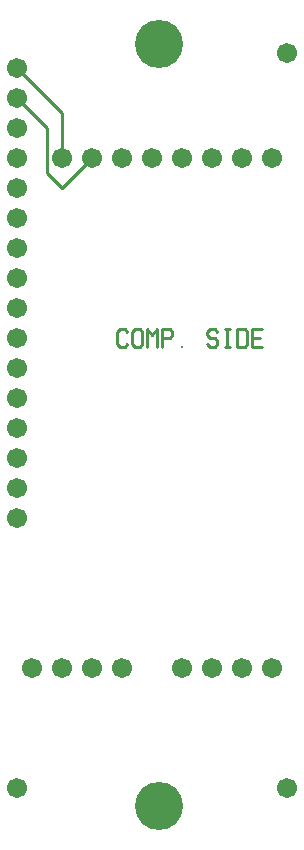
<source format=gtl>
%MOIN*%
%FSLAX25Y25*%
G04 D10 used for Character Trace; *
G04     Circle (OD=.01000) (No hole)*
G04 D11 used for Power Trace; *
G04     Circle (OD=.06700) (No hole)*
G04 D12 used for Signal Trace; *
G04     Circle (OD=.01100) (No hole)*
G04 D13 used for Via; *
G04     Circle (OD=.05800) (Round. Hole ID=.02800)*
G04 D14 used for Component hole; *
G04     Circle (OD=.06500) (Round. Hole ID=.03500)*
G04 D15 used for Component hole; *
G04     Circle (OD=.06700) (Round. Hole ID=.04300)*
G04 D16 used for Component hole; *
G04     Circle (OD=.08100) (Round. Hole ID=.05100)*
G04 D17 used for Component hole; *
G04     Circle (OD=.08900) (Round. Hole ID=.05900)*
G04 D18 used for Component hole; *
G04     Circle (OD=.11300) (Round. Hole ID=.08300)*
G04 D19 used for Component hole; *
G04     Circle (OD=.16000) (Round. Hole ID=.13000)*
G04 D20 used for Component hole; *
G04     Circle (OD=.18300) (Round. Hole ID=.15300)*
G04 D21 used for Component hole; *
G04     Circle (OD=.22291) (Round. Hole ID=.19291)*
%ADD10C,.01000*%
%ADD11C,.06700*%
%ADD12C,.01100*%
%ADD13C,.05800*%
%ADD14C,.06500*%
%ADD15C,.06700*%
%ADD16C,.08100*%
%ADD17C,.08900*%
%ADD18C,.11300*%
%ADD19C,.16000*%
%ADD20C,.18300*%
%ADD21C,.22291*%
%IPPOS*%
%LPD*%
G90*X0Y0D02*D15*X10000Y15000D03*X45000Y55000D03*  
X35000D03*X25000D03*X15000D03*D19*X57300Y9100D03* 
D15*X65000Y55000D03*X75000D03*X85000D03*X95000D03*
X100000Y15000D03*X10000Y105000D03*Y115000D03*     
Y125000D03*Y135000D03*Y145000D03*Y155000D03*D10*  
X46674Y163086D02*X45837Y162129D01*X44163D01*      
X43326Y163086D01*Y166914D01*X44163Y167871D01*     
X45837D01*X46674Y166914D01*X51674Y163086D02*      
X50837Y162129D01*X49163D01*X48326Y163086D01*      
Y166914D01*X49163Y167871D01*X50837D01*            
X51674Y166914D01*Y163086D01*X53326Y162129D02*     
Y167871D01*X55000Y165957D01*X56674Y167871D01*     
Y162129D01*X58326D02*Y167871D01*X60837D01*        
X61674Y166914D01*Y165957D01*X60837Y165000D01*     
X58326D01*X65000Y162129D03*X76674Y166914D02*      
X75837Y167871D01*X74163D01*X73326Y166914D01*      
Y165957D01*X74163Y165000D01*X75837D01*            
X76674Y164043D01*Y163086D01*X75837Y162129D01*     
X74163D01*X73326Y163086D01*X80000Y162129D02*      
Y167871D01*X79163Y162129D02*X80837D01*            
X79163Y167871D02*X80837D01*X83326Y162129D02*      
Y167871D01*X85837D01*X86674Y166914D01*Y163086D01* 
X85837Y162129D01*X83326D01*X91674D02*X88326D01*   
Y167871D01*X91674D01*X88326Y165000D02*X90837D01*  
D15*X10000D03*Y175000D03*Y185000D03*Y195000D03*   
Y205000D03*D12*X25000Y215000D02*X35000Y225000D01* 
D15*D03*D12*X25000Y215000D02*X20000Y220000D01*    
Y235000D01*X10000Y245000D01*D15*D03*Y255000D03*   
D12*X25000Y240000D01*Y225000D01*D15*D03*          
X10000Y235000D03*Y225000D03*Y215000D03*           
X45000Y225000D03*X55000D03*D19*X57300Y262900D03*  
D15*X65000Y225000D03*X75000D03*X85000D03*         
X95000D03*X100000Y260000D03*M02*                  

</source>
